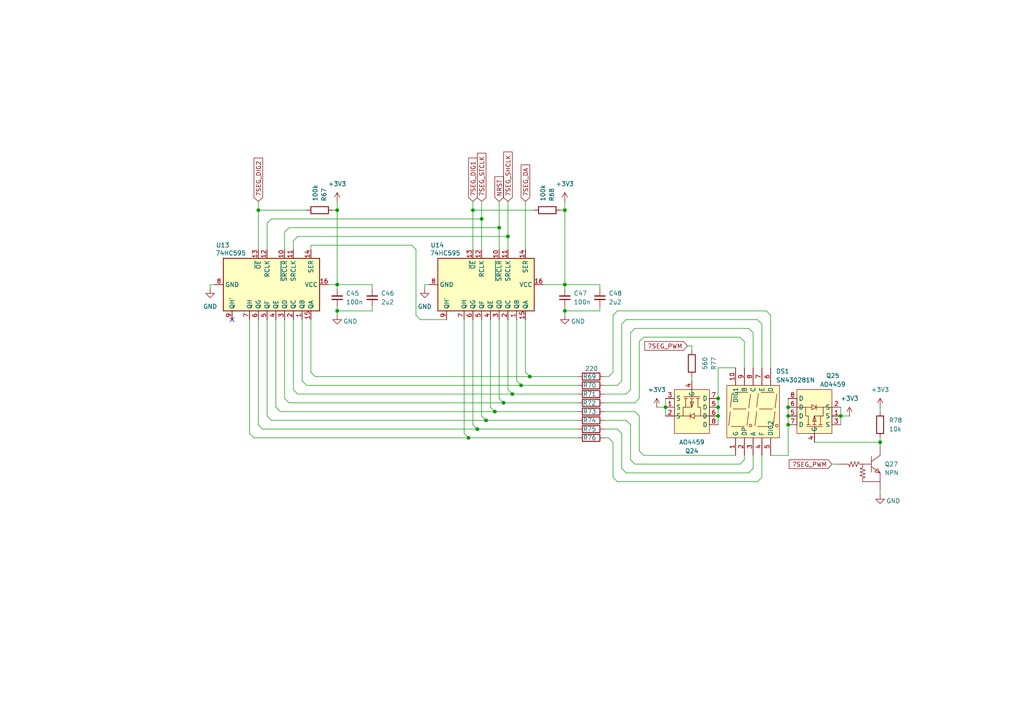
<source format=kicad_sch>
(kicad_sch (version 20250114) (generator "eeschema") (generator_version "9.0")
  (paper "A4")
  (lib_symbols
    (symbol "74xx:74HC595"
      (property "Reference" "U" (at -7.62 13.97 0))
      (property "Value" "74HC595" (at -7.62 -16.51 0))
      (symbol "74HC595_1_0"
        (pin input line (at -10.16 10.16 0) (length 2.54) (name "SER") (number "14"))
        (pin input line (at -10.16 5.08 0) (length 2.54) (name "SRCLK") (number "11"))
        (pin input line (at -10.16 2.54 0) (length 2.54) (name "~{SRCLR}") (number "10"))
        (pin input line (at -10.16 -2.54 0) (length 2.54) (name "RCLK") (number "12"))
        (pin input line (at -10.16 -5.08 0) (length 2.54) (name "~{OE}") (number "13"))
        (pin power_in line (at 0 15.24 270) (length 2.54) (name "VCC") (number "16"))
        (pin power_in line (at 0 -17.78 90) (length 2.54) (name "GND") (number "8"))
        (pin tri_state line (at 10.16 10.16 180) (length 2.54) (name "QA") (number "15"))
        (pin tri_state line (at 10.16 7.62 180) (length 2.54) (name "QB") (number "1"))
        (pin tri_state line (at 10.16 5.08 180) (length 2.54) (name "QC") (number "2"))
        (pin tri_state line (at 10.16 2.54 180) (length 2.54) (name "QD") (number "3"))
        (pin tri_state line (at 10.16 0 180) (length 2.54) (name "QE") (number "4"))
        (pin tri_state line (at 10.16 -2.54 180) (length 2.54) (name "QF") (number "5"))
        (pin tri_state line (at 10.16 -5.08 180) (length 2.54) (name "QG") (number "6"))
        (pin tri_state line (at 10.16 -7.62 180) (length 2.54) (name "QH") (number "7"))
        (pin output line (at 10.16 -12.7 180) (length 2.54) (name "QH'") (number "9"))
      )
      (symbol "74HC595_1_1"
        (rectangle (start -7.62 12.7) (end 7.62 -15.24) (stroke (width 0.254)) (fill (type background)))
      )
    )
    (symbol "Device:C_Small" (pin_numbers (hide yes)) (pin_names (offset 0.254) (hide yes))
      (property "Reference" "C" (at 0.254 1.778 0))
      (property "Value" "C_Small" (at 0.254 -2.032 0))
      (symbol "C_Small_0_1"
        (polyline (pts (xy -1.524 0.508) (xy 1.524 0.508)) (stroke (width 0.3048)))
        (polyline (pts (xy -1.524 -0.508) (xy 1.524 -0.508)) (stroke (width 0.3302)))
      )
      (symbol "C_Small_1_1"
        (pin passive line (at 0 2.54 270) (length 2.032) (name "~") (number "1"))
        (pin passive line (at 0 -2.54 90) (length 2.032) (name "~") (number "2"))
      )
    )
    (symbol "Device:R" (pin_numbers (hide yes)) (pin_names (offset 0))
      (property "Reference" "R" (at 2.032 0 90))
      (property "Value" "R" (at 0 0 90))
      (symbol "R_0_1"
        (rectangle (start -1.016 -2.54) (end 1.016 2.54) (stroke (width 0.254)))
      )
      (symbol "R_1_1"
        (pin passive line (at 0 3.81 270) (length 1.27) (name "~") (number "1"))
        (pin passive line (at 0 -3.81 90) (length 1.27) (name "~") (number "2"))
      )
    )
    (symbol "EasyEDA:AO4459"
      (property "Reference" "Q" (at 0 12.7 0))
      (property "Value" "AO4459" (at 0 -12.7 0))
      (symbol "AO4459_0_1"
        (rectangle (start -5.08 5.08) (end 7.62 -5.08) (fill (type background)))
        (polyline (pts (xy -5.08 0) (xy -3.05 0)))
        (polyline (pts (xy -3.05 2.29) (xy -3.05 -2.29)))
        (polyline (pts (xy -2.54 1.27) (xy -2.54 2.29)))
        (polyline (pts (xy -2.54 0) (xy 0 0) (xy 0 -2.54)))
        (polyline (pts (xy -2.54 -0.51) (xy -2.54 0.51)))
        (polyline (pts (xy -2.54 -2.29) (xy -2.54 -1.27)))
        (polyline (pts (xy 0 1.78) (xy -2.54 1.78)))
        (polyline (pts (xy 0 1.78) (xy 0 2.54) (xy 2.54 2.54) (xy 2.54 0.76)))
        (polyline (pts (xy 0 0) (xy -1.52 0.51) (xy -1.52 -0.51) (xy 0 0)) (fill (type background)))
        (polyline (pts (xy 0 -1.78) (xy -2.54 -1.78)))
        (polyline (pts (xy 0 -2.54) (xy 2.54 -2.54) (xy 2.54 -0.51)))
        (polyline (pts (xy 2.54 2.54) (xy 2.54 5.08)))
        (polyline (pts (xy 2.54 -0.51) (xy 3.3 0.76) (xy 1.78 0.76) (xy 2.54 -0.51)) (fill (type background)))
        (polyline (pts (xy 2.54 -5.08) (xy -2.54 -5.08)))
        (polyline (pts (xy 2.54 -5.08) (xy 2.54 -2.54)))
        (polyline (pts (xy 3.3 -0.51) (xy 3.05 -0.51) (xy 2.03 -0.51) (xy 1.78 -0.51)))
        (polyline (pts (xy 5.08 5.08) (xy -2.54 5.08)))
        (pin unspecified line (at -7.62 0 0) (length 2.54) (name "G") (number "4"))
        (pin unspecified line (at -2.54 7.62 270) (length 2.54) (name "D") (number "7"))
        (pin unspecified line (at -2.54 -7.62 90) (length 2.54) (name "S") (number "3"))
        (pin unspecified line (at 0 7.62 270) (length 2.54) (name "D") (number "5"))
        (pin unspecified line (at 0 -7.62 90) (length 2.54) (name "S") (number "1"))
        (pin unspecified line (at 2.54 7.62 270) (length 2.54) (name "D") (number "6"))
        (pin unspecified line (at 2.54 -7.62 90) (length 2.54) (name "S") (number "2"))
        (pin unspecified line (at 5.08 7.62 270) (length 2.54) (name "D") (number "8"))
      )
    )
    (symbol "EasyEDA:DTC043ZEBTL" (pin_numbers (hide yes)) (pin_names (offset 0.002) (hide yes))
      (property "Reference" "Q" (at 8.89 2.54 0))
      (property "Value" "NPN" (at 8.89 0.254 0))
      (symbol "DTC043ZEBTL_0_1"
        (polyline (pts (xy -2.54 1.27) (xy -1.52 1.27) (xy -1.27 0.51) (xy -0.76 2.03) (xy -0.25 0.51) (xy 0.25 2.03) (xy 0.76 0.51) (xy 1.27 2.03) (xy 1.52 1.27) (xy 2.54 1.27) (xy 5.08 1.27)))
        (polyline (pts (xy 2.54 -3.81) (xy 2.54 -2.79) (xy 3.3 -2.54) (xy 1.78 -2.03) (xy 3.3 -1.52) (xy 1.78 -1.02) (xy 3.3 -0.51) (xy 1.78 0) (xy 2.54 0.25) (xy 2.54 1.27)))
        (polyline (pts (xy 5.08 2.03) (xy 7.62 3.81)))
        (polyline (pts (xy 5.08 -1.02) (xy 5.08 3.56)))
        (polyline (pts (xy 5.84 0) (xy 5.08 0.51)))
        (polyline (pts (xy 5.84 0) (xy 7.62 -1.27) (xy 7.62 -3.81) (xy 2.54 -3.81)))
        (polyline (pts (xy 7.62 -1.27) (xy 6.1 -1.02) (xy 6.86 0) (xy 7.62 -1.27)) (fill (type background)))
      )
      (symbol "DTC043ZEBTL_1_1"
        (pin unspecified line (at -5.08 1.27 0) (length 2.54) (name "B") (number "1"))
        (pin unspecified line (at 7.62 6.35 270) (length 2.54) (name "C") (number "3"))
        (pin unspecified line (at 7.62 -6.35 90) (length 2.54) (name "E") (number "2"))
      )
    )
    (symbol "EasyEDA:SN430281N"
      (property "Reference" "LED" (at 0 17.78 0))
      (property "Value" "SN430281N" (at 0 -17.78 0))
      (symbol "SN430281N_0_1"
        (rectangle (start -7.62 7.62) (end 7.62 -7.62) (fill (type background)))
        (polyline (pts (xy -6.6 0) (xy -7.11 -4.06)))
        (polyline (pts (xy -6.35 -4.32) (xy -2.54 -4.32)))
        (polyline (pts (xy -6.1 5.33) (xy -6.6 1.27)))
        (polyline (pts (xy -5.84 0.76) (xy -2.03 0.76)))
        (polyline (pts (xy -5.33 5.59) (xy -1.52 5.59)))
        (polyline (pts (xy -1.27 0) (xy -1.78 -4.06)))
        (polyline (pts (xy -0.76 5.08) (xy -1.27 1.02)))
        (circle (center -0.76 -4.06) (radius 0.38))
        (polyline (pts (xy 1.02 0) (xy 0.51 -4.06)))
        (polyline (pts (xy 1.27 -4.32) (xy 5.08 -4.32)))
        (polyline (pts (xy 1.52 5.33) (xy 1.02 1.27)))
        (polyline (pts (xy 1.78 0.76) (xy 5.59 0.76)))
        (polyline (pts (xy 2.29 5.59) (xy 6.1 5.59)))
        (polyline (pts (xy 6.35 0) (xy 5.84 -4.06)))
        (polyline (pts (xy 6.86 5.08) (xy 6.35 1.02)))
        (circle (center 6.86 -4.06) (radius 0.38))
        (pin unspecified line (at -5.08 12.7 270) (length 5.08) (name "DIG1") (number "10"))
        (pin unspecified line (at -5.08 -12.7 90) (length 5.08) (name "G") (number "1"))
        (pin unspecified line (at -2.54 12.7 270) (length 5.08) (name "B") (number "9"))
        (pin unspecified line (at -2.54 -12.7 90) (length 5.08) (name "DP") (number "2"))
        (pin unspecified line (at 0 12.7 270) (length 5.08) (name "C") (number "8"))
        (pin unspecified line (at 0 -12.7 90) (length 5.08) (name "A") (number "3"))
        (pin unspecified line (at 2.54 12.7 270) (length 5.08) (name "E") (number "7"))
        (pin unspecified line (at 2.54 -12.7 90) (length 5.08) (name "F") (number "4"))
        (pin unspecified line (at 5.08 12.7 270) (length 5.08) (name "D") (number "6"))
        (pin unspecified line (at 5.08 -12.7 90) (length 5.08) (name "DIG2") (number "5"))
      )
    )
    (symbol "power:+3V3" (power) (pin_numbers (hide yes)) (pin_names (offset 0) (hide yes))
      (property "Value" "+3V3" (at 0 3.556 0))
      (symbol "+3V3_0_1"
        (polyline (pts (xy -0.762 1.27) (xy 0 2.54)))
        (polyline (pts (xy 0 2.54) (xy 0.762 1.27)))
        (polyline (pts (xy 0 0) (xy 0 2.54)))
      )
      (symbol "+3V3_1_1"
        (pin power_in line (at 0 0 90) (length 0) (name "~") (number "1"))
      )
    )
    (symbol "power:GND" (power) (pin_numbers (hide yes)) (pin_names (offset 0) (hide yes))
      (property "Value" "GND" (at 0 -3.81 0))
      (symbol "GND_0_1"
        (polyline (pts (xy 0 0) (xy 0 -1.27) (xy 1.27 -1.27) (xy 0 -2.54) (xy -1.27 -1.27) (xy 0 -1.27)))
      )
      (symbol "GND_1_1"
        (pin power_in line (at 0 0 270) (length 0) (name "~") (number "1"))
      )
    )
  )
  (junction (at 228.6 123.19))
  (junction (at 140.97 121.92))
  (junction (at 97.79 60.96))
  (junction (at 163.83 90.17))
  (junction (at 138.43 124.46))
  (junction (at 139.7 63.5))
  (junction (at 228.6 120.65))
  (junction (at 74.93 60.96))
  (junction (at 163.83 82.55))
  (junction (at 144.78 66.04))
  (junction (at 243.84 120.65))
  (junction (at 193.04 118.11))
  (junction (at 146.05 116.84))
  (junction (at 208.28 120.65))
  (junction (at 151.13 111.76))
  (junction (at 163.83 60.96))
  (junction (at 97.79 90.17))
  (junction (at 137.16 60.96))
  (junction (at 147.32 68.58))
  (junction (at 208.28 115.57))
  (junction (at 255.27 128.27))
  (junction (at 148.59 114.3))
  (junction (at 228.6 118.11))
  (junction (at 208.28 118.11))
  (junction (at 97.79 82.55))
  (junction (at 153.67 109.22))
  (junction (at 143.51 119.38))
  (junction (at 135.89 127))
  (no_connect (at 67.31 92.71))
  (wire (pts (xy 90.17 92.71) (xy 90.17 107.95)))
  (wire (pts (xy 219.71 139.7) (xy 220.98 138.43)))
  (wire (pts (xy 173.99 88.9) (xy 173.99 90.17)))
  (wire (pts (xy 182.88 123.19) (xy 182.88 133.35)))
  (wire (pts (xy 223.52 132.08) (xy 228.6 132.08)))
  (wire (pts (xy 152.4 107.95) (xy 153.67 109.22)))
  (wire (pts (xy 139.7 63.5) (xy 139.7 72.39)))
  (wire (pts (xy 180.34 93.98) (xy 180.34 110.49)))
  (wire (pts (xy 97.79 60.96) (xy 97.79 82.55)))
  (wire (pts (xy 139.7 92.71) (xy 139.7 120.65)))
  (wire (pts (xy 86.36 68.58) (xy 147.32 68.58)))
  (wire (pts (xy 255.27 127) (xy 255.27 128.27)))
  (wire (pts (xy 199.39 100.33) (xy 200.66 100.33)))
  (wire (pts (xy 200.66 100.33) (xy 200.66 101.6)))
  (wire (pts (xy 142.24 118.11) (xy 143.51 119.38)))
  (wire (pts (xy 107.95 82.55) (xy 107.95 83.82)))
  (wire (pts (xy 97.79 91.44) (xy 97.79 90.17)))
  (wire (pts (xy 255.27 118.11) (xy 255.27 119.38)))
  (wire (pts (xy 119.38 71.12) (xy 120.65 72.39)))
  (wire (pts (xy 86.36 114.3) (xy 148.59 114.3)))
  (wire (pts (xy 137.16 58.42) (xy 137.16 60.96)))
  (wire (pts (xy 153.67 109.22) (xy 167.64 109.22)))
  (wire (pts (xy 85.09 69.85) (xy 85.09 72.39)))
  (wire (pts (xy 74.93 60.96) (xy 74.93 72.39)))
  (wire (pts (xy 120.65 91.44) (xy 121.92 92.71)))
  (wire (pts (xy 107.95 88.9) (xy 107.95 90.17)))
  (wire (pts (xy 76.2 124.46) (xy 74.93 123.19)))
  (wire (pts (xy 143.51 119.38) (xy 167.64 119.38)))
  (wire (pts (xy 193.04 115.57) (xy 193.04 118.11)))
  (wire (pts (xy 180.34 125.73) (xy 180.34 135.89)))
  (wire (pts (xy 74.93 60.96) (xy 88.9 60.96)))
  (wire (pts (xy 214.63 134.62) (xy 184.15 134.62)))
  (wire (pts (xy 83.82 66.04) (xy 82.55 67.31)))
  (wire (pts (xy 77.47 92.71) (xy 77.47 120.65)))
  (wire (pts (xy 124.46 82.55) (xy 123.19 82.55)))
  (wire (pts (xy 147.32 58.42) (xy 147.32 68.58)))
  (wire (pts (xy 107.95 90.17) (xy 97.79 90.17)))
  (wire (pts (xy 175.26 119.38) (xy 184.15 119.38)))
  (wire (pts (xy 177.8 128.27) (xy 176.53 127)))
  (wire (pts (xy 151.13 111.76) (xy 167.64 111.76)))
  (wire (pts (xy 181.61 92.71) (xy 219.71 92.71)))
  (wire (pts (xy 163.83 60.96) (xy 163.83 82.55)))
  (wire (pts (xy 214.63 134.62) (xy 215.9 133.35)))
  (wire (pts (xy 255.27 128.27) (xy 255.27 129.54)))
  (wire (pts (xy 175.26 109.22) (xy 176.53 109.22)))
  (wire (pts (xy 173.99 82.55) (xy 163.83 82.55)))
  (wire (pts (xy 137.16 92.71) (xy 137.16 123.19)))
  (wire (pts (xy 208.28 118.11) (xy 208.28 120.65)))
  (wire (pts (xy 175.26 121.92) (xy 181.61 121.92)))
  (wire (pts (xy 218.44 96.52) (xy 217.17 95.25)))
  (wire (pts (xy 76.2 124.46) (xy 138.43 124.46)))
  (wire (pts (xy 138.43 124.46) (xy 167.64 124.46)))
  (wire (pts (xy 186.69 97.79) (xy 214.63 97.79)))
  (wire (pts (xy 173.99 82.55) (xy 173.99 83.82)))
  (wire (pts (xy 123.19 83.82) (xy 123.19 82.55)))
  (wire (pts (xy 86.36 114.3) (xy 85.09 113.03)))
  (wire (pts (xy 186.69 132.08) (xy 213.36 132.08)))
  (wire (pts (xy 184.15 95.25) (xy 217.17 95.25)))
  (wire (pts (xy 208.28 106.68) (xy 208.28 115.57)))
  (wire (pts (xy 97.79 82.55) (xy 95.25 82.55)))
  (wire (pts (xy 60.96 83.82) (xy 60.96 82.55)))
  (wire (pts (xy 218.44 132.08) (xy 218.44 135.89)))
  (wire (pts (xy 135.89 127) (xy 167.64 127)))
  (wire (pts (xy 175.26 127) (xy 176.53 127)))
  (wire (pts (xy 77.47 64.77) (xy 78.74 63.5)))
  (wire (pts (xy 134.62 125.73) (xy 135.89 127)))
  (wire (pts (xy 81.28 119.38) (xy 80.01 118.11)))
  (wire (pts (xy 88.9 111.76) (xy 87.63 110.49)))
  (wire (pts (xy 163.83 88.9) (xy 163.83 90.17)))
  (wire (pts (xy 91.44 109.22) (xy 153.67 109.22)))
  (wire (pts (xy 228.6 118.11) (xy 228.6 120.65)))
  (wire (pts (xy 97.79 82.55) (xy 97.79 83.82)))
  (wire (pts (xy 185.42 120.65) (xy 185.42 130.81)))
  (wire (pts (xy 149.86 92.71) (xy 149.86 110.49)))
  (wire (pts (xy 173.99 90.17) (xy 163.83 90.17)))
  (wire (pts (xy 177.8 138.43) (xy 177.8 128.27)))
  (wire (pts (xy 90.17 107.95) (xy 91.44 109.22)))
  (wire (pts (xy 179.07 139.7) (xy 219.71 139.7)))
  (wire (pts (xy 223.52 91.44) (xy 223.52 106.68)))
  (wire (pts (xy 82.55 67.31) (xy 82.55 72.39)))
  (wire (pts (xy 62.23 82.55) (xy 60.96 82.55)))
  (wire (pts (xy 220.98 93.98) (xy 220.98 106.68)))
  (wire (pts (xy 139.7 120.65) (xy 140.97 121.92)))
  (wire (pts (xy 74.93 92.71) (xy 74.93 123.19)))
  (wire (pts (xy 185.42 130.81) (xy 186.69 132.08)))
  (wire (pts (xy 184.15 116.84) (xy 185.42 115.57)))
  (wire (pts (xy 88.9 111.76) (xy 151.13 111.76)))
  (wire (pts (xy 180.34 125.73) (xy 179.07 124.46)))
  (wire (pts (xy 144.78 115.57) (xy 146.05 116.84)))
  (wire (pts (xy 83.82 66.04) (xy 144.78 66.04)))
  (wire (pts (xy 137.16 60.96) (xy 137.16 72.39)))
  (wire (pts (xy 175.26 114.3) (xy 181.61 114.3)))
  (wire (pts (xy 81.28 119.38) (xy 143.51 119.38)))
  (wire (pts (xy 175.26 124.46) (xy 179.07 124.46)))
  (wire (pts (xy 243.84 120.65) (xy 246.38 120.65)))
  (wire (pts (xy 90.17 71.12) (xy 119.38 71.12)))
  (wire (pts (xy 149.86 110.49) (xy 151.13 111.76)))
  (wire (pts (xy 120.65 72.39) (xy 120.65 91.44)))
  (wire (pts (xy 193.04 118.11) (xy 193.04 120.65)))
  (wire (pts (xy 236.22 128.27) (xy 255.27 128.27)))
  (wire (pts (xy 97.79 88.9) (xy 97.79 90.17)))
  (wire (pts (xy 72.39 125.73) (xy 73.66 127)))
  (wire (pts (xy 222.25 90.17) (xy 223.52 91.44)))
  (wire (pts (xy 83.82 116.84) (xy 146.05 116.84)))
  (wire (pts (xy 85.09 92.71) (xy 85.09 113.03)))
  (wire (pts (xy 144.78 92.71) (xy 144.78 115.57)))
  (wire (pts (xy 181.61 137.16) (xy 217.17 137.16)))
  (wire (pts (xy 74.93 58.42) (xy 74.93 60.96)))
  (wire (pts (xy 163.83 58.42) (xy 163.83 60.96)))
  (wire (pts (xy 82.55 92.71) (xy 82.55 115.57)))
  (wire (pts (xy 215.9 99.06) (xy 215.9 106.68)))
  (wire (pts (xy 97.79 58.42) (xy 97.79 60.96)))
  (wire (pts (xy 220.98 93.98) (xy 219.71 92.71)))
  (wire (pts (xy 215.9 132.08) (xy 215.9 133.35)))
  (wire (pts (xy 185.42 99.06) (xy 185.42 115.57)))
  (wire (pts (xy 162.56 60.96) (xy 163.83 60.96)))
  (wire (pts (xy 146.05 116.84) (xy 167.64 116.84)))
  (wire (pts (xy 77.47 64.77) (xy 77.47 72.39)))
  (wire (pts (xy 215.9 99.06) (xy 214.63 97.79)))
  (wire (pts (xy 140.97 121.92) (xy 167.64 121.92)))
  (wire (pts (xy 177.8 91.44) (xy 177.8 107.95)))
  (wire (pts (xy 144.78 66.04) (xy 144.78 72.39)))
  (wire (pts (xy 148.59 114.3) (xy 167.64 114.3)))
  (wire (pts (xy 184.15 134.62) (xy 182.88 133.35)))
  (wire (pts (xy 163.83 91.44) (xy 163.83 90.17)))
  (wire (pts (xy 80.01 92.71) (xy 80.01 118.11)))
  (wire (pts (xy 200.66 109.22) (xy 200.66 110.49)))
  (wire (pts (xy 208.28 106.68) (xy 213.36 106.68)))
  (wire (pts (xy 217.17 137.16) (xy 218.44 135.89)))
  (wire (pts (xy 208.28 115.57) (xy 208.28 118.11)))
  (wire (pts (xy 220.98 132.08) (xy 220.98 138.43)))
  (wire (pts (xy 137.16 60.96) (xy 154.94 60.96)))
  (wire (pts (xy 185.42 99.06) (xy 186.69 97.79)))
  (wire (pts (xy 152.4 92.71) (xy 152.4 107.95)))
  (wire (pts (xy 163.83 82.55) (xy 163.83 83.82)))
  (wire (pts (xy 228.6 115.57) (xy 228.6 118.11)))
  (wire (pts (xy 107.95 82.55) (xy 97.79 82.55)))
  (wire (pts (xy 147.32 113.03) (xy 148.59 114.3)))
  (wire (pts (xy 83.82 116.84) (xy 82.55 115.57)))
  (wire (pts (xy 255.27 142.24) (xy 255.27 143.51)))
  (wire (pts (xy 182.88 96.52) (xy 182.88 113.03)))
  (wire (pts (xy 163.83 82.55) (xy 157.48 82.55)))
  (wire (pts (xy 179.07 139.7) (xy 177.8 138.43)))
  (wire (pts (xy 73.66 127) (xy 135.89 127)))
  (wire (pts (xy 78.74 121.92) (xy 140.97 121.92)))
  (wire (pts (xy 175.26 116.84) (xy 184.15 116.84)))
  (wire (pts (xy 181.61 121.92) (xy 182.88 123.19)))
  (wire (pts (xy 179.07 90.17) (xy 222.25 90.17)))
  (wire (pts (xy 218.44 96.52) (xy 218.44 106.68)))
  (wire (pts (xy 181.61 114.3) (xy 182.88 113.03)))
  (wire (pts (xy 184.15 119.38) (xy 185.42 120.65)))
  (wire (pts (xy 243.84 120.65) (xy 243.84 123.19)))
  (wire (pts (xy 90.17 71.12) (xy 90.17 72.39)))
  (wire (pts (xy 181.61 137.16) (xy 180.34 135.89)))
  (wire (pts (xy 180.34 93.98) (xy 181.61 92.71)))
  (wire (pts (xy 87.63 92.71) (xy 87.63 110.49)))
  (wire (pts (xy 139.7 58.42) (xy 139.7 63.5)))
  (wire (pts (xy 147.32 68.58) (xy 147.32 72.39)))
  (wire (pts (xy 72.39 92.71) (xy 72.39 125.73)))
  (wire (pts (xy 121.92 92.71) (xy 129.54 92.71)))
  (wire (pts (xy 228.6 120.65) (xy 228.6 123.19)))
  (wire (pts (xy 241.3 134.62) (xy 242.57 134.62)))
  (wire (pts (xy 134.62 92.71) (xy 134.62 125.73)))
  (wire (pts (xy 78.74 121.92) (xy 77.47 120.65)))
  (wire (pts (xy 176.53 109.22) (xy 177.8 107.95)))
  (wire (pts (xy 78.74 63.5) (xy 139.7 63.5)))
  (wire (pts (xy 137.16 123.19) (xy 138.43 124.46)))
  (wire (pts (xy 144.78 58.42) (xy 144.78 66.04)))
  (wire (pts (xy 147.32 92.71) (xy 147.32 113.03)))
  (wire (pts (xy 142.24 92.71) (xy 142.24 118.11)))
  (wire (pts (xy 208.28 120.65) (xy 208.28 123.19)))
  (wire (pts (xy 228.6 123.19) (xy 228.6 132.08)))
  (wire (pts (xy 182.88 96.52) (xy 184.15 95.25)))
  (wire (pts (xy 177.8 91.44) (xy 179.07 90.17)))
  (wire (pts (xy 179.07 111.76) (xy 180.34 110.49)))
  (wire (pts (xy 175.26 111.76) (xy 179.07 111.76)))
  (wire (pts (xy 96.52 60.96) (xy 97.79 60.96)))
  (wire (pts (xy 85.09 69.85) (xy 86.36 68.58)))
  (wire (pts (xy 152.4 58.42) (xy 152.4 72.39)))
  (wire (pts (xy 243.84 118.11) (xy 243.84 120.65)))
  (wire (pts (xy 190.5 118.11) (xy 193.04 118.11)))
  (global_label "NRST" (shape input) (at 144.78 58.42 90) (property "Intersheetrefs" "${INTERSHEET_REFS}" (effects (hide yes))))
  (global_label "7SEG_DA" (shape input) (at 152.4 58.42 90) (property "Intersheetrefs" "${INTERSHEET_REFS}" (effects (hide yes))))
  (global_label "7SEG_SHCLK" (shape input) (at 147.32 58.42 90) (property "Intersheetrefs" "${INTERSHEET_REFS}" (effects (hide yes))))
  (global_label "7SEG_DIG2" (shape input) (at 74.93 58.42 90) (property "Intersheetrefs" "${INTERSHEET_REFS}" (effects (hide yes))))
  (global_label "7SEG_PWM" (shape input) (at 199.39 100.33 180) (property "Intersheetrefs" "${INTERSHEET_REFS}" (effects (hide yes))))
  (global_label "7SEG_PWM" (shape input) (at 241.3 134.62 180) (property "Intersheetrefs" "${INTERSHEET_REFS}" (effects (hide yes))))
  (global_label "7SEG_STCLK" (shape input) (at 139.7 58.42 90) (property "Intersheetrefs" "${INTERSHEET_REFS}" (effects (hide yes))))
  (global_label "7SEG_DIG1" (shape input) (at 137.16 58.42 90) (property "Intersheetrefs" "${INTERSHEET_REFS}" (effects (hide yes))))
  (symbol (lib_id "Device:R") (at 171.45 119.38 90) (unit 1)
    (property "Reference" "R73" (at 172.974 119.38 90) (effects (justify left)))
    (property "Value" "220" (effects (hide yes)))
    (property "Footprint" "Resistor_SMD:R_0603_1608Metric" (effects (hide yes)))
    (property "Description" "Resistor" (effects (hide yes)))
    (property "LCSC Part" "C23204" (effects (hide yes)))
  )
  (symbol (lib_id "EasyEDA:DTC043ZEBTL") (at 247.65 135.89 0) (unit 1)
    (property "Reference" "Q27" (at 256.54 134.6199 0) (effects (justify left)))
    (property "Value" "NPN" (at 256.54 137.1599 0) (effects (justify left)))
    (property "Footprint" "EasyEDA:SOT-416_L1.6-W0.8-P1.00-LS1.6-BR" (effects (hide yes)))
    (property "Datasheet" "https://lcsc.com/product-detail/Digital-Transistors_ROHM_DTC043ZEBTL_DTC043ZEBTL_C96459.html" (effects (hide yes)))
    (property "Description" "DTC043ZEBTL NPN 100mA" (effects (hide yes)))
    (property "LCSC Part" "C96459" (effects (hide yes)))
  )
  (symbol (lib_id "power:GND") (at 163.83 91.44 0) (mirror y) (unit 1)
    (property "Reference" "#PWR0117" (effects (hide yes)))
    (property "Value" "GND" (at 167.64 93.218 0))
    (property "Description" "Power symbol creates a global label with name \"GND\" , ground" (effects (hide yes)))
  )
  (symbol (lib_id "Device:C_Small") (at 107.95 86.36 0) (unit 1)
    (property "Reference" "C46" (at 110.49 85.0962 0) (effects (justify left)))
    (property "Value" "2u2" (at 110.49 87.6362 0) (effects (justify left)))
    (property "Footprint" "Capacitor_SMD:C_0603_1608Metric" (effects (hide yes)))
    (property "Description" "Unpolarized capacitor, small symbol" (effects (hide yes)))
    (property "LCSC Part" "C913904" (effects (hide yes)))
  )
  (symbol (lib_id "power:GND") (at 123.19 83.82 0) (unit 1)
    (property "Reference" "#PWR0115" (effects (hide yes)))
    (property "Value" "GND" (at 123.19 88.9 0))
    (property "Description" "Power symbol creates a global label with name \"GND\" , ground" (effects (hide yes)))
  )
  (symbol (lib_id "Device:R") (at 92.71 60.96 90) (mirror x) (unit 1)
    (property "Reference" "R67" (at 93.9801 58.42 0) (effects (justify right)))
    (property "Value" "100k" (at 91.4401 58.42 0) (effects (justify right)))
    (property "Footprint" "Resistor_SMD:R_0603_1608Metric" (effects (hide yes)))
    (property "Description" "Resistor" (effects (hide yes)))
    (property "LCSC Part" "C25803" (effects (hide yes)))
  )
  (symbol (lib_id "Device:R") (at 171.45 124.46 90) (unit 1)
    (property "Reference" "R75" (at 172.974 124.46 90) (effects (justify left)))
    (property "Value" "220" (effects (hide yes)))
    (property "Footprint" "Resistor_SMD:R_0603_1608Metric" (effects (hide yes)))
    (property "Description" "Resistor" (effects (hide yes)))
    (property "LCSC Part" "C23204" (effects (hide yes)))
  )
  (symbol (lib_id "power:GND") (at 97.79 91.44 0) (mirror y) (unit 1)
    (property "Reference" "#PWR0114" (effects (hide yes)))
    (property "Value" "GND" (at 101.6 93.218 0))
    (property "Description" "Power symbol creates a global label with name \"GND\" , ground" (effects (hide yes)))
  )
  (symbol (lib_id "power:GND") (at 255.27 143.51 0) (mirror y) (unit 1)
    (property "Reference" "#PWR0124" (effects (hide yes)))
    (property "Value" "GND" (at 259.08 145.288 0))
    (property "Description" "Power symbol creates a global label with name \"GND\" , ground" (effects (hide yes)))
  )
  (symbol (lib_id "power:+3V3") (at 97.79 58.42 0) (unit 1)
    (property "Reference" "#PWR0113" (effects (hide yes)))
    (property "Value" "+3V3" (at 97.79 53.34 0))
    (property "Description" "Power symbol creates a global label with name \"+3V3\"" (effects (hide yes)))
  )
  (symbol (lib_id "Device:C_Small") (at 173.99 86.36 0) (unit 1)
    (property "Reference" "C48" (at 176.53 85.0962 0) (effects (justify left)))
    (property "Value" "2u2" (at 176.53 87.6362 0) (effects (justify left)))
    (property "Footprint" "Capacitor_SMD:C_0603_1608Metric" (effects (hide yes)))
    (property "Description" "Unpolarized capacitor, small symbol" (effects (hide yes)))
    (property "LCSC Part" "C913904" (effects (hide yes)))
  )
  (symbol (lib_id "74xx:74HC595") (at 142.24 82.55 270) (unit 1)
    (property "Reference" "U14" (at 124.8567 71.12 90) (effects (justify left)))
    (property "Value" "74HC595" (at 124.714 73.406 90) (effects (justify left)))
    (property "Footprint" "EasyEDA:SOIC-16_L9.9-W3.9-P1.27-LS6.0-BL" (effects (hide yes)))
    (property "Datasheet" "http://www.ti.com/lit/ds/symlink/sn74hc595.pdf" (effects (hide yes)))
    (property "Description" "8-bit serial in/out Shift Register 3-State Outputs" (effects (hide yes)))
    (property "LCSC Part" "C5947" (effects (hide yes)))
  )
  (symbol (lib_id "Device:R") (at 158.75 60.96 90) (mirror x) (unit 1)
    (property "Reference" "R68" (at 160.0201 58.42 0) (effects (justify right)))
    (property "Value" "100k" (at 157.4801 58.42 0) (effects (justify right)))
    (property "Footprint" "Resistor_SMD:R_0603_1608Metric" (effects (hide yes)))
    (property "Description" "Resistor" (effects (hide yes)))
    (property "LCSC Part" "C25803" (effects (hide yes)))
  )
  (symbol (lib_id "74xx:74HC595") (at 80.01 82.55 270) (unit 1)
    (property "Reference" "U13" (at 62.6267 71.12 90) (effects (justify left)))
    (property "Value" "74HC595" (at 62.484 73.406 90) (effects (justify left)))
    (property "Footprint" "EasyEDA:SOIC-16_L9.9-W3.9-P1.27-LS6.0-BL" (effects (hide yes)))
    (property "Datasheet" "http://www.ti.com/lit/ds/symlink/sn74hc595.pdf" (effects (hide yes)))
    (property "Description" "8-bit serial in/out Shift Register 3-State Outputs" (effects (hide yes)))
    (property "LCSC Part" "C5947" (effects (hide yes)))
  )
  (symbol (lib_id "EasyEDA:AO4459") (at 200.66 118.11 270) (unit 1)
    (property "Reference" "Q24" (at 200.66 130.81 90))
    (property "Value" "AO4459" (at 200.66 128.27 90))
    (property "Footprint" "EasyEDA:SOP-8_L5.0-W4.0-P1.27-LS6.2-BL" (effects (hide yes)))
    (property "Datasheet" "https://lcsc.com/product-detail/MOSFET_AOS_AO4459_AO4459_C49047.html" (effects (hide yes)))
    (property "LCSC Part" "C49047" (effects (hide yes)))
  )
  (symbol (lib_id "power:+3V3") (at 163.83 58.42 0) (unit 1)
    (property "Reference" "#PWR0116" (effects (hide yes)))
    (property "Value" "+3V3" (at 163.83 53.34 0))
    (property "Description" "Power symbol creates a global label with name \"+3V3\"" (effects (hide yes)))
  )
  (symbol (lib_id "EasyEDA:SN430281N") (at 218.44 119.38 0) (unit 1)
    (property "Reference" "DS1" (at 225.044 107.696 0) (effects (justify left)))
    (property "Value" "SN430281N" (at 225.044 110.236 0) (effects (justify left)))
    (property "Footprint" "EasyEDA:LED-SEG-TH_10P-L15.0-W10.0-P2.54-S7.40-BL" (effects (hide yes)))
    (property "Datasheet" "https://lcsc.com/product-detail/Led-Segment-Display_0-28-SN430281N_C182258.html" (effects (hide yes)))
    (property "LCSC Part" "C182258" (effects (hide yes)))
  )
  (symbol (lib_id "Device:R") (at 171.45 109.22 90) (unit 1)
    (property "Reference" "R69" (at 172.974 109.22 90) (effects (justify left)))
    (property "Value" "220" (at 173.482 106.934 90) (effects (justify left)))
    (property "Footprint" "Resistor_SMD:R_0603_1608Metric" (effects (hide yes)))
    (property "Description" "Resistor" (effects (hide yes)))
    (property "LCSC Part" "C23204" (effects (hide yes)))
  )
  (symbol (lib_id "power:+3V3") (at 255.27 118.11 0) (unit 1)
    (property "Reference" "#PWR0123" (effects (hide yes)))
    (property "Value" "+3V3" (at 255.27 113.03 0))
    (property "Description" "Power symbol creates a global label with name \"+3V3\"" (effects (hide yes)))
  )
  (symbol (lib_id "Device:R") (at 255.27 123.19 0) (unit 1)
    (property "Reference" "R78" (at 257.81 121.9199 0) (effects (justify left)))
    (property "Value" "10k" (at 257.81 124.4599 0) (effects (justify left)))
    (property "Footprint" "Resistor_SMD:R_0603_1608Metric" (effects (hide yes)))
    (property "Description" "Resistor" (effects (hide yes)))
    (property "LCSC Part" "C98220" (effects (hide yes)))
  )
  (symbol (lib_id "Device:R") (at 171.45 121.92 90) (unit 1)
    (property "Reference" "R74" (at 172.974 121.92 90) (effects (justify left)))
    (property "Value" "220" (effects (hide yes)))
    (property "Footprint" "Resistor_SMD:R_0603_1608Metric" (effects (hide yes)))
    (property "Description" "Resistor" (effects (hide yes)))
    (property "LCSC Part" "C23204" (effects (hide yes)))
  )
  (symbol (lib_id "power:GND") (at 60.96 83.82 0) (unit 1)
    (property "Reference" "#PWR0112" (effects (hide yes)))
    (property "Value" "GND" (at 60.96 88.9 0))
    (property "Description" "Power symbol creates a global label with name \"GND\" , ground" (effects (hide yes)))
  )
  (symbol (lib_id "Device:R") (at 171.45 127 90) (unit 1)
    (property "Reference" "R76" (at 172.974 127 90) (effects (justify left)))
    (property "Value" "220" (effects (hide yes)))
    (property "Footprint" "Resistor_SMD:R_0603_1608Metric" (effects (hide yes)))
    (property "Description" "Resistor" (effects (hide yes)))
    (property "LCSC Part" "C23204" (effects (hide yes)))
  )
  (symbol (lib_id "Device:R") (at 171.45 116.84 90) (unit 1)
    (property "Reference" "R72" (at 172.9042 116.9175 90) (effects (justify left)))
    (property "Value" "220" (effects (hide yes)))
    (property "Footprint" "Resistor_SMD:R_0603_1608Metric" (effects (hide yes)))
    (property "Description" "Resistor" (effects (hide yes)))
    (property "LCSC Part" "C23204" (effects (hide yes)))
  )
  (symbol (lib_id "Device:C_Small") (at 97.79 86.36 180) (unit 1)
    (property "Reference" "C45" (at 100.33 85.0835 0) (effects (justify right)))
    (property "Value" "100n" (at 100.33 87.6235 0) (effects (justify right)))
    (property "Footprint" "Capacitor_SMD:C_0603_1608Metric" (effects (hide yes)))
    (property "Description" "Unpolarized capacitor, small symbol" (effects (hide yes)))
    (property "LCSC Part" "C2762593" (effects (hide yes)))
  )
  (symbol (lib_id "EasyEDA:AO4459") (at 236.22 120.65 90) (unit 1)
    (property "Reference" "Q25" (at 241.554 108.966 90))
    (property "Value" "AO4459" (at 241.554 111.506 90))
    (property "Footprint" "EasyEDA:SOP-8_L5.0-W4.0-P1.27-LS6.2-BL" (effects (hide yes)))
    (property "Datasheet" "https://lcsc.com/product-detail/MOSFET_AOS_AO4459_AO4459_C49047.html" (effects (hide yes)))
    (property "LCSC Part" "C49047" (effects (hide yes)))
  )
  (symbol (lib_id "Device:R") (at 171.45 114.3 90) (unit 1)
    (property "Reference" "R71" (at 172.974 114.3 90) (effects (justify left)))
    (property "Value" "220" (effects (hide yes)))
    (property "Footprint" "Resistor_SMD:R_0603_1608Metric" (effects (hide yes)))
    (property "Description" "Resistor" (effects (hide yes)))
    (property "LCSC Part" "C23204" (effects (hide yes)))
  )
  (symbol (lib_id "Device:R") (at 171.45 111.76 90) (unit 1)
    (property "Reference" "R70" (at 172.974 111.76 90) (effects (justify left)))
    (property "Value" "220" (effects (hide yes)))
    (property "Footprint" "Resistor_SMD:R_0603_1608Metric" (effects (hide yes)))
    (property "Description" "Resistor" (effects (hide yes)))
    (property "LCSC Part" "C23204" (effects (hide yes)))
  )
  (symbol (lib_id "power:+3V3") (at 246.38 120.65 0) (unit 1)
    (property "Reference" "#PWR0119" (effects (hide yes)))
    (property "Value" "+3V3" (at 246.38 115.57 0))
    (property "Description" "Power symbol creates a global label with name \"+3V3\"" (effects (hide yes)))
  )
  (symbol (lib_id "Device:C_Small") (at 163.83 86.36 180) (unit 1)
    (property "Reference" "C47" (at 166.37 85.0835 0) (effects (justify right)))
    (property "Value" "100n" (at 166.37 87.6235 0) (effects (justify right)))
    (property "Footprint" "Capacitor_SMD:C_0603_1608Metric" (effects (hide yes)))
    (property "Description" "Unpolarized capacitor, small symbol" (effects (hide yes)))
    (property "LCSC Part" "C2762593" (effects (hide yes)))
  )
  (symbol (lib_id "power:+3V3") (at 190.5 118.11 0) (unit 1)
    (property "Reference" "#PWR0118" (effects (hide yes)))
    (property "Value" "+3V3" (at 190.5 113.03 0))
    (property "Description" "Power symbol creates a global label with name \"+3V3\"" (effects (hide yes)))
  )
  (symbol (lib_id "Device:R") (at 200.66 105.41 0) (mirror x) (unit 1)
    (property "Reference" "R77" (at 207.01 105.41 90))
    (property "Value" "560" (at 204.47 105.41 90))
    (property "Footprint" "Resistor_SMD:R_0603_1608Metric" (effects (hide yes)))
    (property "Description" "Resistor" (effects (hide yes)))
    (property "LCSC Part" "C23204" (effects (hide yes)))
  )
)
</source>
